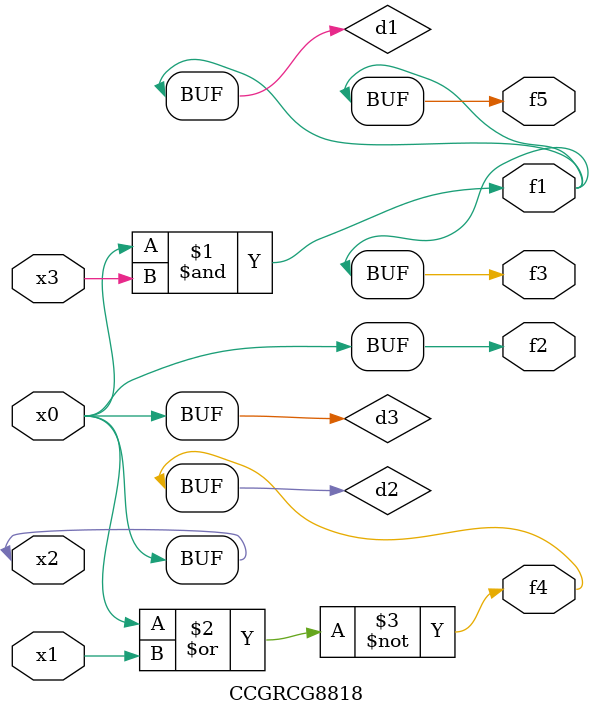
<source format=v>
module CCGRCG8818(
	input x0, x1, x2, x3,
	output f1, f2, f3, f4, f5
);

	wire d1, d2, d3;

	and (d1, x2, x3);
	nor (d2, x0, x1);
	buf (d3, x0, x2);
	assign f1 = d1;
	assign f2 = d3;
	assign f3 = d1;
	assign f4 = d2;
	assign f5 = d1;
endmodule

</source>
